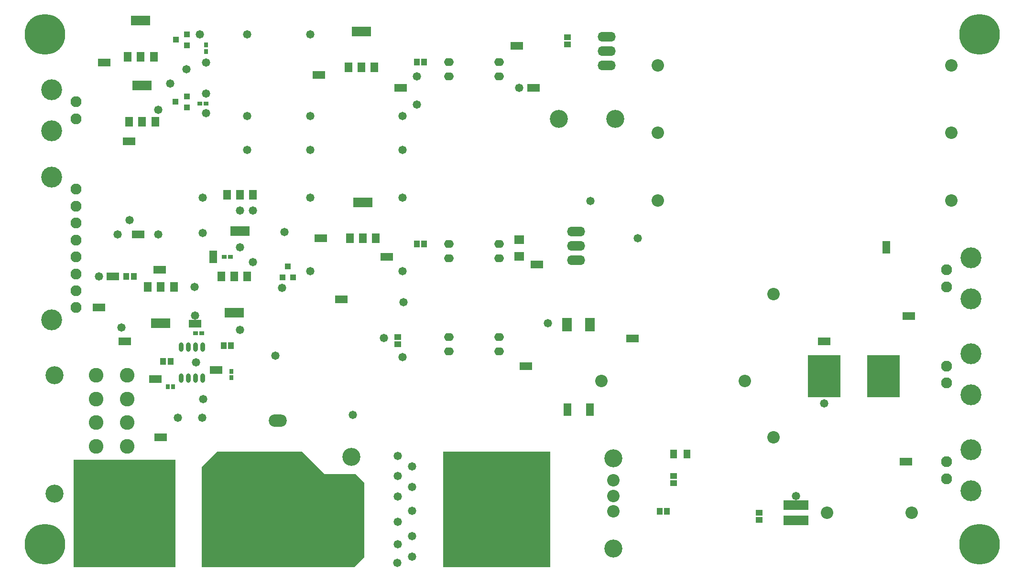
<source format=gbr>
%TF.GenerationSoftware,Altium Limited,Altium Designer,18.1.9 (240)*%
G04 Layer_Color=8388736*
%FSLAX26Y26*%
%MOIN*%
%TF.FileFunction,Soldermask,Top*%
%TF.Part,Single*%
G01*
G75*
%TA.AperFunction,SMDPad,CuDef*%
%ADD55R,0.043433X0.047370*%
%ADD56R,0.045402X0.041465*%
%TA.AperFunction,ComponentPad*%
%ADD57C,0.126110*%
%ADD58C,0.102488*%
%TA.AperFunction,ViaPad*%
%ADD59C,0.283591*%
%TA.AperFunction,ComponentPad*%
%ADD60C,0.076898*%
%ADD61C,0.145795*%
%ADD62C,0.086740*%
%ADD63O,0.126110X0.067055*%
%ADD64O,0.126110X0.086740*%
%TA.AperFunction,ViaPad*%
%ADD65C,0.058000*%
%TA.AperFunction,SMDPad,CuDef*%
%ADD74R,0.031622X0.033197*%
%ADD75R,0.039496X0.043433*%
%ADD76R,0.037528X0.031622*%
%ADD77R,0.055244X0.067055*%
%ADD78R,0.137921X0.067055*%
%ADD79R,0.088709X0.053276*%
%ADD80R,0.053276X0.088709*%
%ADD81R,0.041465X0.045402*%
%ADD82R,0.043433X0.039496*%
%ADD83R,0.031622X0.037528*%
%ADD84O,0.067055X0.055244*%
%ADD85R,0.177291X0.070992*%
%ADD86R,0.106425X0.204850*%
%ADD87R,0.065087X0.061150*%
%ADD88R,0.051307X0.059181*%
%ADD89O,0.031622X0.065087*%
%ADD90R,0.228472X0.292646*%
%ADD91R,0.070992X0.094614*%
G36*
X866142Y787402D02*
X1107013D01*
Y39370D01*
X396360D01*
Y787402D01*
X866142Y787402D01*
D02*
G37*
G36*
X2066929Y767716D02*
X2145669Y688976D01*
X2362205Y688976D01*
X2421260Y629921D01*
Y108267D01*
X2352363Y39370D01*
X1289496Y39370D01*
X1289496Y738315D01*
X1397638Y846457D01*
X1988189D01*
X2066929Y767716D01*
D02*
G37*
G36*
X3718110Y39370D02*
X2972441D01*
Y846457D01*
X3718110D01*
Y39370D01*
D02*
G37*
D55*
X1070866Y1473583D02*
D03*
X1017717D02*
D03*
D56*
X5177165Y368110D02*
D03*
Y419291D02*
D03*
X3838583Y3738327D02*
D03*
Y3687146D02*
D03*
X2657480Y1594488D02*
D03*
Y1645669D02*
D03*
X4580709Y624413D02*
D03*
Y675594D02*
D03*
D57*
X263779Y551181D02*
D03*
Y1377953D02*
D03*
X2332677Y807087D02*
D03*
Y590551D02*
D03*
Y374016D02*
D03*
Y157480D02*
D03*
X4158661Y797244D02*
D03*
Y167323D02*
D03*
X3779528Y3169291D02*
D03*
X4173228D02*
D03*
D58*
X767716Y1047244D02*
D03*
Y881890D02*
D03*
Y716535D02*
D03*
Y551181D02*
D03*
Y1212598D02*
D03*
X551181D02*
D03*
Y1047244D02*
D03*
Y881890D02*
D03*
Y716535D02*
D03*
Y551181D02*
D03*
Y1377953D02*
D03*
X767716D02*
D03*
D59*
X194390Y3759843D02*
D03*
Y196850D02*
D03*
X6712598Y3759843D02*
D03*
Y196850D02*
D03*
D60*
X413386Y1850394D02*
D03*
Y1968504D02*
D03*
Y2086614D02*
D03*
Y2204724D02*
D03*
Y2322835D02*
D03*
Y2440945D02*
D03*
Y2559055D02*
D03*
Y2677165D02*
D03*
Y3169291D02*
D03*
Y3287402D02*
D03*
X6483465Y2114768D02*
D03*
Y1996658D02*
D03*
Y1442913D02*
D03*
Y1324803D02*
D03*
Y773622D02*
D03*
Y655512D02*
D03*
D61*
X243307Y2761811D02*
D03*
Y1765748D02*
D03*
Y3372047D02*
D03*
Y3084646D02*
D03*
X6653543Y1912012D02*
D03*
Y2199413D02*
D03*
Y1240158D02*
D03*
Y1527559D02*
D03*
Y570866D02*
D03*
Y858268D02*
D03*
D62*
X5275591Y944882D02*
D03*
Y1944882D02*
D03*
X4074803Y1338583D02*
D03*
X5074803D02*
D03*
X5649606Y419291D02*
D03*
X6240158D02*
D03*
X4468504Y3543307D02*
D03*
X6515748D02*
D03*
Y3070866D02*
D03*
X4468504D02*
D03*
Y2598425D02*
D03*
X6515748D02*
D03*
X4158661Y644882D02*
D03*
Y536614D02*
D03*
Y427953D02*
D03*
D63*
X3897638Y2380394D02*
D03*
Y2280394D02*
D03*
Y2180394D02*
D03*
X4114173Y3541732D02*
D03*
Y3641732D02*
D03*
Y3741732D02*
D03*
D64*
X1820709Y1062992D02*
D03*
Y767716D02*
D03*
D65*
X3503937Y3386220D02*
D03*
X5431102Y536614D02*
D03*
X5629921Y1181102D02*
D03*
X4000391Y2595925D02*
D03*
X4330709Y2334291D02*
D03*
X1243701Y1796575D02*
D03*
X1555118Y2527303D02*
D03*
Y2270315D02*
D03*
X1645669Y2169291D02*
D03*
Y2527303D02*
D03*
X1274331Y3757874D02*
D03*
X1181102Y3515256D02*
D03*
X3702364Y1742894D02*
D03*
X728346Y1712598D02*
D03*
X1239173Y1994862D02*
D03*
X1250118Y1467165D02*
D03*
X787400Y2460625D02*
D03*
X3641732Y112391D02*
D03*
Y255323D02*
D03*
Y432488D02*
D03*
Y598570D02*
D03*
Y739485D02*
D03*
X3523622Y740068D02*
D03*
Y599153D02*
D03*
Y433071D02*
D03*
Y255905D02*
D03*
Y112974D02*
D03*
X3405512Y739485D02*
D03*
Y598570D02*
D03*
Y432488D02*
D03*
Y255323D02*
D03*
Y112391D02*
D03*
X3287402Y740068D02*
D03*
Y599153D02*
D03*
Y433071D02*
D03*
Y255905D02*
D03*
Y112974D02*
D03*
X3139764Y112391D02*
D03*
Y255323D02*
D03*
Y432488D02*
D03*
Y598570D02*
D03*
Y739485D02*
D03*
X3031496Y112974D02*
D03*
Y255905D02*
D03*
Y433071D02*
D03*
Y599153D02*
D03*
Y740068D02*
D03*
X702559Y2362205D02*
D03*
X984252Y3232284D02*
D03*
X1659724Y450469D02*
D03*
X1812205D02*
D03*
X1379134Y716535D02*
D03*
X1511659D02*
D03*
X1379134Y361516D02*
D03*
X1511659D02*
D03*
X2066929Y79685D02*
D03*
X2214488D02*
D03*
X2066929Y266118D02*
D03*
X2214488D02*
D03*
X2066929Y452756D02*
D03*
X2214488D02*
D03*
X1958504Y532856D02*
D03*
X1959493Y450469D02*
D03*
X1811777Y361516D02*
D03*
X1959414D02*
D03*
X1659296D02*
D03*
X1659567Y177165D02*
D03*
X1959685D02*
D03*
X1812047D02*
D03*
Y79685D02*
D03*
X1959685D02*
D03*
X1659567D02*
D03*
X1511659Y266118D02*
D03*
X1659296D02*
D03*
X1379134D02*
D03*
X1812205D02*
D03*
X1959764D02*
D03*
X1379055Y79685D02*
D03*
X1511580D02*
D03*
Y177165D02*
D03*
X1379055D02*
D03*
X1606299Y2952756D02*
D03*
X2690256Y2618110D02*
D03*
X2047244D02*
D03*
X1606299Y3188976D02*
D03*
X2047244Y3759843D02*
D03*
X1606299D02*
D03*
X2047244Y3188976D02*
D03*
X1299213Y1212598D02*
D03*
X1068116Y3416093D02*
D03*
X1317638Y3208661D02*
D03*
X1866007Y2378780D02*
D03*
X2559055Y1639764D02*
D03*
X1850394Y1988189D02*
D03*
X570866Y2066928D02*
D03*
X2789370Y3463779D02*
D03*
Y3267716D02*
D03*
X1319134Y3562756D02*
D03*
Y3344646D02*
D03*
X452677Y177165D02*
D03*
X585202D02*
D03*
Y79685D02*
D03*
X452677D02*
D03*
X585281Y374016D02*
D03*
X732918D02*
D03*
X885827D02*
D03*
X905512Y719617D02*
D03*
X1033386Y374016D02*
D03*
Y266118D02*
D03*
X885827D02*
D03*
X452756D02*
D03*
X732918D02*
D03*
X585281D02*
D03*
X733189Y79685D02*
D03*
X1033307D02*
D03*
X885669D02*
D03*
Y177165D02*
D03*
X1033307D02*
D03*
X733189D02*
D03*
X452756Y374016D02*
D03*
X1031496Y717920D02*
D03*
X2690256Y2952756D02*
D03*
X1296193Y2371002D02*
D03*
X1296965Y2618110D02*
D03*
X2047244Y2106299D02*
D03*
Y2952756D02*
D03*
X2690256Y3188976D02*
D03*
X1294147Y1080709D02*
D03*
X2342520Y1102362D02*
D03*
X1122239Y1080709D02*
D03*
X2690186Y1503937D02*
D03*
X2690256Y2106299D02*
D03*
X2695805Y1889764D02*
D03*
X1555118Y1694882D02*
D03*
X1801024Y1514921D02*
D03*
X2755905Y740068D02*
D03*
Y599153D02*
D03*
Y433071D02*
D03*
Y255905D02*
D03*
Y112974D02*
D03*
X2651575Y67277D02*
D03*
X2657480Y197223D02*
D03*
Y354331D02*
D03*
Y531496D02*
D03*
Y675591D02*
D03*
Y815688D02*
D03*
X984252Y2362205D02*
D03*
D74*
X1088189Y1299213D02*
D03*
X1053543D02*
D03*
D75*
X1852362Y2061024D02*
D03*
X1927165D02*
D03*
X1889764Y2139764D02*
D03*
D76*
X1489527Y2204724D02*
D03*
X1444252D02*
D03*
X1289496Y1673228D02*
D03*
X1244220D02*
D03*
X1319606Y3275197D02*
D03*
X1274331D02*
D03*
D77*
X1645669Y2637930D02*
D03*
X1555118D02*
D03*
X1464567D02*
D03*
X773622Y3602362D02*
D03*
X864173D02*
D03*
X954725D02*
D03*
X2503937Y2334646D02*
D03*
X2413386D02*
D03*
X2322835D02*
D03*
X964567Y3149606D02*
D03*
X874016D02*
D03*
X783465D02*
D03*
X1425197Y2066929D02*
D03*
X1515748D02*
D03*
X1606299D02*
D03*
X913386Y1994862D02*
D03*
X1003937D02*
D03*
X1094488D02*
D03*
X2311024Y3527559D02*
D03*
X2401575D02*
D03*
X2492126D02*
D03*
D78*
X1555118Y2385961D02*
D03*
X864173Y3854331D02*
D03*
X2413386Y2586614D02*
D03*
X874016Y3401575D02*
D03*
X1515748Y1814961D02*
D03*
X1003937Y1742894D02*
D03*
X2401575Y3779528D02*
D03*
D79*
X669291Y2066929D02*
D03*
X2106299Y3476378D02*
D03*
X997047Y2114768D02*
D03*
X570866Y1850394D02*
D03*
X783465Y3011811D02*
D03*
X609055Y3562992D02*
D03*
X2677165Y3385827D02*
D03*
X2578740Y2204724D02*
D03*
X752953Y1614803D02*
D03*
X1243701Y1738642D02*
D03*
X1387991Y1416338D02*
D03*
X2118110Y2334646D02*
D03*
X964567Y1350394D02*
D03*
X2263780Y1909449D02*
D03*
X1003937Y944882D02*
D03*
X6200787Y773622D02*
D03*
X5629921Y1614173D02*
D03*
X6220472Y1791339D02*
D03*
X846457Y2362205D02*
D03*
X3549213Y1442913D02*
D03*
X4291339Y1633858D02*
D03*
X3626968Y2151575D02*
D03*
X3602362Y3386220D02*
D03*
X3484252Y3678287D02*
D03*
D80*
X1370709Y2206496D02*
D03*
X3996063Y1136826D02*
D03*
X3838583Y1136811D02*
D03*
X6062992Y2270669D02*
D03*
D81*
X1492480Y1585275D02*
D03*
X1441299D02*
D03*
X2840551Y2294095D02*
D03*
X2789370D02*
D03*
X763191Y2066929D02*
D03*
X814372D02*
D03*
X4482283Y427953D02*
D03*
X4533465D02*
D03*
X2840551Y3564173D02*
D03*
X2789370D02*
D03*
D82*
X1107013Y3287402D02*
D03*
X1185753Y3324803D02*
D03*
Y3250000D02*
D03*
X1107598Y3720472D02*
D03*
X1186339Y3757874D02*
D03*
Y3683071D02*
D03*
D83*
X1496063Y1360866D02*
D03*
Y1406142D02*
D03*
X1318898Y3638780D02*
D03*
Y3684055D02*
D03*
D84*
X3364173Y1544488D02*
D03*
Y1644488D02*
D03*
X3013780Y1544488D02*
D03*
Y1644488D02*
D03*
X3013780Y2294095D02*
D03*
Y2194095D02*
D03*
X3364173Y2294095D02*
D03*
Y2194095D02*
D03*
X3013779Y3564173D02*
D03*
Y3464173D02*
D03*
X3364173Y3564173D02*
D03*
Y3464173D02*
D03*
D85*
X5433071Y472441D02*
D03*
Y366142D02*
D03*
D86*
X999016Y551181D02*
D03*
X1441929D02*
D03*
D87*
X3503937Y2207323D02*
D03*
Y2323465D02*
D03*
D88*
X4580709Y826772D02*
D03*
X4671260D02*
D03*
D89*
X1296968Y1574449D02*
D03*
X1246968D02*
D03*
X1196968D02*
D03*
X1146968D02*
D03*
X1296968Y1359882D02*
D03*
X1246968D02*
D03*
X1196968D02*
D03*
X1146968D02*
D03*
D90*
X6043307Y1371062D02*
D03*
X5629921D02*
D03*
D91*
X3996063Y1732284D02*
D03*
X3834646D02*
D03*
%TF.MD5,1cffd3ba45d8c143378b0c9b5cf8ea58*%
M02*

</source>
